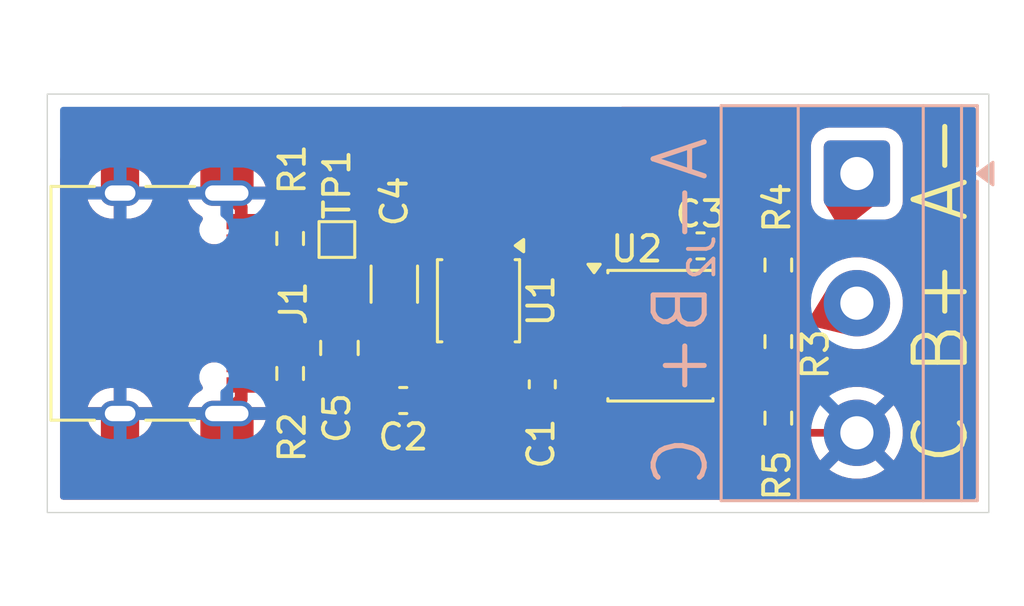
<source format=kicad_pcb>
(kicad_pcb (version 20241229) (generator "pcbnew") (generator_version "9.0")
  (title_block (title "USB-C to RS485 Converter") (date "2025-11-24") (rev "A") (company "Brandon Krirsaki"))
  (layers (0 "F.Cu" signal) (2 "B.Cu" signal) (13 "F.Paste" user) (15 "B.Paste" user) (5 "F.SilkS" user "F.Silkscreen") (7 "B.SilkS" user "B.Silkscreen") (1 "F.Mask" user) (3 "B.Mask" user) (25 "Edge.Cuts" user))
  (net 0 "")
  (net 1 "Net-(U1-V3)")
  (net 2 "GND")
  (net 3 "+5V")
  (net 4 "Net-(J1-CC2)")
  (net 5 "/USB_DP")
  (net 6 "unconnected-(J1-SBU2-PadB8)")
  (net 7 "/USB_DN")
  (net 8 "Net-(J1-CC1)")
  (net 9 "unconnected-(J1-SBU1-PadA8)")
  (net 10 "Net-(J2-Pin_2)")
  (net 11 "Net-(J2-Pin_1)")
  (net 13 "/DIR")
  (net 14 "/TX")
  (net 15 "/RX")
  (footprint "Resistor_SMD:R_0603_1608Metric" (layer "F.Cu") (at 169.5 106.1 -90)
    (property "Reference" "R5" (at 2.25 0.05 90) (layer "F.SilkS"))
    (property "Value" "5.1k")
    (fp_line (start -0.237258 0.5225) (end 0.237258 0.5225) (stroke (width 0.12)) (layer "F.SilkS"))
    (fp_line (start -0.237258 -0.5225) (end 0.237258 -0.5225) (stroke (width 0.12)) (layer "F.SilkS"))
    (pad "1" smd roundrect (at -0.825 0 270) (size 0.8 0.95) (layers "F.Cu" "F.Mask" "F.Paste") (net 10 "Net-(J2-Pin_2)"))
    (pad "2" smd roundrect (at 0.825 0 270) (size 0.8 0.95) (layers "F.Cu" "F.Mask" "F.Paste") (net 2 "GND"))
  )
  (footprint "Package_SO:MSOP-10_3x3mm_P0.5mm" (layer "F.Cu") (at 157.75 101.5 -90)
    (property "Reference" "U1" (at 0 -2.45 90) (layer "F.SilkS"))
    (property "Value" "CH340E")
    (fp_line (start -1.61 1.61) (end -1.61 1.435) (stroke (width 0.12)) (layer "F.SilkS"))
    (fp_line (start 1.61 1.61) (end -1.61 1.61) (stroke (width 0.12)) (layer "F.SilkS"))
    (fp_line (start 1.61 1.435) (end 1.61 1.61) (stroke (width 0.12)) (layer "F.SilkS"))
    (fp_line (start -1.61 -1.435) (end -1.61 -1.61) (stroke (width 0.12)) (layer "F.SilkS"))
    (fp_line (start -1.61 -1.61) (end 1.61 -1.61) (stroke (width 0.12)) (layer "F.SilkS"))
    (fp_line (start 1.61 -1.61) (end 1.61 -1.435) (stroke (width 0.12)) (layer "F.SilkS"))
    (fp_poly (pts (xy -2.16 -1.44) (xy -2.4 -1.77) (xy -1.92 -1.77)) (stroke (width 0.12)) (fill yes) (layer "F.SilkS"))
    (pad "1" smd roundrect (at -2.1125 -1 270) (size 1.625 0.3) (layers "F.Cu" "F.Mask" "F.Paste") (net 5 "/USB_DP"))
    (pad "2" smd roundrect (at -2.1125 -0.5 270) (size 1.625 0.3) (layers "F.Cu" "F.Mask" "F.Paste") (net 7 "/USB_DN"))
    (pad "3" smd roundrect (at -2.1125 0 270) (size 1.625 0.3) (layers "F.Cu" "F.Mask" "F.Paste") (net 2 "GND"))
    (pad "4" smd roundrect (at -2.1125 0.5 270) (size 1.625 0.3) (layers "F.Cu" "F.Mask" "F.Paste"))
    (pad "5" smd roundrect (at -2.1125 1 270) (size 1.625 0.3) (layers "F.Cu" "F.Mask" "F.Paste"))
    (pad "6" smd roundrect (at 2.1125 1 270) (size 1.625 0.3) (layers "F.Cu" "F.Mask" "F.Paste") (net 13 "/DIR"))
    (pad "7" smd roundrect (at 2.1125 0.5 270) (size 1.625 0.3) (layers "F.Cu" "F.Mask" "F.Paste") (net 3 "+5V"))
    (pad "8" smd roundrect (at 2.1125 0 270) (size 1.625 0.3) (layers "F.Cu" "F.Mask" "F.Paste") (net 14 "/TX"))
    (pad "9" smd roundrect (at 2.1125 -0.5 270) (size 1.625 0.3) (layers "F.Cu" "F.Mask" "F.Paste") (net 15 "/RX"))
    (pad "10" smd roundrect (at 2.1125 -1 270) (size 1.625 0.3) (layers "F.Cu" "F.Mask" "F.Paste") (net 1 "Net-(U1-V3)"))
  )
  (footprint "Connector_USB:USB_C_Receptacle_XKB_U262-16XN-4BVC11" (layer "F.Cu") (at 144.78 101.6 -90)
    (property "Reference" "J1" (at 0 -5.715 90) (layer "F.SilkS"))
    (property "Value" "USB_C_Receptacle_USB2.0_16P")
    (fp_line (start -4.58 3.785) (end -4.58 2.08) (stroke (width 0.12)) (layer "F.SilkS"))
    (fp_line (start 4.58 3.785) (end -4.58 3.785) (stroke (width 0.12)) (layer "F.SilkS"))
    (fp_line (start 4.58 2.08) (end 4.58 3.785) (stroke (width 0.12)) (layer "F.SilkS"))
    (fp_line (start 4.58 0.07) (end 4.58 -1.85) (stroke (width 0.12)) (layer "F.SilkS"))
    (fp_line (start -4.58 -1.85) (end -4.58 0.07) (stroke (width 0.12)) (layer "F.SilkS"))
    (pad "" np_thru_hole circle (at -2.89 -2.605 270) (size 0.65 0.65) (drill 0.65) (layers "*.Cu" "*.Mask"))
    (pad "" np_thru_hole circle (at 2.89 -2.605 270) (size 0.65 0.65) (drill 0.65) (layers "*.Cu" "*.Mask"))
    (pad "A1" smd rect (at -3.35 -3.67 270) (size 0.3 1.15) (layers "F.Cu" "F.Mask" "F.Paste") (net 2 "GND"))
    (pad "A4" smd rect (at -2.55 -3.67 270) (size 0.3 1.15) (layers "F.Cu" "F.Mask" "F.Paste") (net 3 "+5V"))
    (pad "A5" smd rect (at -1.25 -3.67 270) (size 0.3 1.15) (layers "F.Cu" "F.Mask" "F.Paste") (net 8 "Net-(J1-CC1)"))
    (pad "A6" smd rect (at -0.25 -3.67 270) (size 0.3 1.15) (layers "F.Cu" "F.Mask" "F.Paste") (net 5 "/USB_DP"))
    (pad "A7" smd rect (at 0.25 -3.67 270) (size 0.3 1.15) (layers "F.Cu" "F.Mask" "F.Paste") (net 7 "/USB_DN"))
    (pad "A8" smd rect (at 1.25 -3.67 270) (size 0.3 1.15) (layers "F.Cu" "F.Mask" "F.Paste") (net 9 "unconnected-(J1-SBU1-PadA8)"))
    (pad "A9" smd rect (at 2.55 -3.67 270) (size 0.3 1.15) (layers "F.Cu" "F.Mask" "F.Paste") (net 3 "+5V"))
    (pad "A12" smd rect (at 3.35 -3.67 270) (size 0.3 1.15) (layers "F.Cu" "F.Mask" "F.Paste") (net 2 "GND"))
    (pad "B1" smd rect (at 3.05 -3.67 270) (size 0.3 1.15) (layers "F.Cu" "F.Mask" "F.Paste") (net 2 "GND"))
    (pad "B4" smd rect (at 2.25 -3.67 270) (size 0.3 1.15) (layers "F.Cu" "F.Mask" "F.Paste") (net 3 "+5V"))
    (pad "B5" smd rect (at 1.75 -3.67 270) (size 0.3 1.15) (layers "F.Cu" "F.Mask" "F.Paste") (net 4 "Net-(J1-CC2)"))
    (pad "B6" smd rect (at 0.75 -3.67 270) (size 0.3 1.15) (layers "F.Cu" "F.Mask" "F.Paste") (net 5 "/USB_DP"))
    (pad "B7" smd rect (at -0.75 -3.67 270) (size 0.3 1.15) (layers "F.Cu" "F.Mask" "F.Paste") (net 7 "/USB_DN"))
    (pad "B8" smd rect (at -1.75 -3.67 270) (size 0.3 1.15) (layers "F.Cu" "F.Mask" "F.Paste") (net 6 "unconnected-(J1-SBU2-PadB8)"))
    (pad "B9" smd rect (at -2.25 -3.67 270) (size 0.3 1.15) (layers "F.Cu" "F.Mask" "F.Paste") (net 3 "+5V"))
    (pad "B12" smd rect (at -3.05 -3.67 270) (size 0.3 1.15) (layers "F.Cu" "F.Mask" "F.Paste") (net 2 "GND"))
    (pad "S1" thru_hole oval (at -4.32 -3.105 270) (size 1 2.1) (drill oval 0.6 1.7) (property pad_prop_heatsink) (layers "*.Cu" "*.Mask") (net 2 "GND"))
    (pad "S1" thru_hole oval (at -4.32 1.075 270) (size 1 1.6) (drill oval 0.6 1.2) (property pad_prop_heatsink) (layers "*.Cu" "*.Mask") (net 2 "GND"))
    (pad "S1" thru_hole oval (at 4.32 -3.105 270) (size 1 2.1) (drill oval 0.6 1.7) (property pad_prop_heatsink) (layers "*.Cu" "*.Mask") (net 2 "GND"))
    (pad "S1" thru_hole oval (at 4.32 1.075 270) (size 1 1.6) (drill oval 0.6 1.2) (property pad_prop_heatsink) (layers "*.Cu" "*.Mask") (net 2 "GND"))
  )
  (footprint "Capacitor_SMD:C_0603_1608Metric" (layer "F.Cu") (at 154.8 105.41 180)
    (property "Reference" "C2" (at 0 -1.43 0) (layer "F.SilkS"))
    (property "Value" "100n")
    (fp_line (start -0.14058 0.51) (end 0.14058 0.51) (stroke (width 0.12)) (layer "F.SilkS"))
    (fp_line (start -0.14058 -0.51) (end 0.14058 -0.51) (stroke (width 0.12)) (layer "F.SilkS"))
    (pad "1" smd roundrect (at -0.775 0 180) (size 0.9 0.95) (layers "F.Cu" "F.Mask" "F.Paste") (net 3 "+5V"))
    (pad "2" smd roundrect (at 0.775 0 180) (size 0.9 0.95) (layers "F.Cu" "F.Mask" "F.Paste") (net 2 "GND"))
  )
  (footprint "Package_SO:SOIC-8_3.9x4.9mm_P1.27mm" (layer "F.Cu") (at 164.88 102.87)
    (property "Reference" "U2" (at -0.93 -3.4 0) (layer "F.SilkS"))
    (property "Value" "MAX485E")
    (fp_line (start -2.06 -2.56) (end 2.06 -2.56) (stroke (width 0.12)) (layer "F.SilkS"))
    (fp_line (start -2.06 -2.465) (end -2.06 -2.56) (stroke (width 0.12)) (layer "F.SilkS"))
    (fp_line (start -2.06 2.56) (end -2.06 2.465) (stroke (width 0.12)) (layer "F.SilkS"))
    (fp_line (start 2.06 -2.56) (end 2.06 -2.465) (stroke (width 0.12)) (layer "F.SilkS"))
    (fp_line (start 2.06 2.465) (end 2.06 2.56) (stroke (width 0.12)) (layer "F.SilkS"))
    (fp_line (start 2.06 2.56) (end -2.06 2.56) (stroke (width 0.12)) (layer "F.SilkS"))
    (fp_poly (pts (xy -2.6 -2.47) (xy -2.84 -2.8) (xy -2.36 -2.8)) (stroke (width 0.12)) (fill yes) (layer "F.SilkS"))
    (pad "1" smd roundrect (at -2.475 -1.905) (size 1.95 0.6) (layers "F.Cu" "F.Mask" "F.Paste") (net 15 "/RX"))
    (pad "2" smd roundrect (at -2.475 -0.635) (size 1.95 0.6) (layers "F.Cu" "F.Mask" "F.Paste") (net 13 "/DIR"))
    (pad "3" smd roundrect (at -2.475 0.635) (size 1.95 0.6) (layers "F.Cu" "F.Mask" "F.Paste") (net 13 "/DIR"))
    (pad "4" smd roundrect (at -2.475 1.905) (size 1.95 0.6) (layers "F.Cu" "F.Mask" "F.Paste") (net 14 "/TX"))
    (pad "5" smd roundrect (at 2.475 1.905) (size 1.95 0.6) (layers "F.Cu" "F.Mask" "F.Paste") (net 2 "GND"))
    (pad "6" smd roundrect (at 2.475 0.635) (size 1.95 0.6) (layers "F.Cu" "F.Mask" "F.Paste") (net 11 "Net-(J2-Pin_1)"))
    (pad "7" smd roundrect (at 2.475 -0.635) (size 1.95 0.6) (layers "F.Cu" "F.Mask" "F.Paste") (net 10 "Net-(J2-Pin_2)"))
    (pad "8" smd roundrect (at 2.475 -1.905) (size 1.95 0.6) (layers "F.Cu" "F.Mask" "F.Paste") (net 3 "+5V"))
  )
  (footprint "Resistor_SMD:R_0603_1608Metric" (layer "F.Cu") (at 150.368 104.35 -90)
    (property "Reference" "R2" (at 2.5 -0.082 90) (layer "F.SilkS"))
    (property "Value" "5.1k")
    (fp_line (start -0.237258 0.5225) (end 0.237258 0.5225) (stroke (width 0.12)) (layer "F.SilkS"))
    (fp_line (start -0.237258 -0.5225) (end 0.237258 -0.5225) (stroke (width 0.12)) (layer "F.SilkS"))
    (pad "1" smd roundrect (at -0.825 0 270) (size 0.8 0.95) (layers "F.Cu" "F.Mask" "F.Paste") (net 4 "Net-(J1-CC2)"))
    (pad "2" smd roundrect (at 0.825 0 270) (size 0.8 0.95) (layers "F.Cu" "F.Mask" "F.Paste") (net 2 "GND"))
  )
  (footprint "Resistor_SMD:R_0603_1608Metric" (layer "F.Cu") (at 150.368 99.06 90)
    (property "Reference" "R1" (at 2.71 0.082 90) (layer "F.SilkS"))
    (property "Value" "5.1k")
    (fp_line (start -0.237258 -0.5225) (end 0.237258 -0.5225) (stroke (width 0.12)) (layer "F.SilkS"))
    (fp_line (start -0.237258 0.5225) (end 0.237258 0.5225) (stroke (width 0.12)) (layer "F.SilkS"))
    (pad "1" smd roundrect (at -0.825 0 90) (size 0.8 0.95) (layers "F.Cu" "F.Mask" "F.Paste") (net 8 "Net-(J1-CC1)"))
    (pad "2" smd roundrect (at 0.825 0 90) (size 0.8 0.95) (layers "F.Cu" "F.Mask" "F.Paste") (net 2 "GND"))
  )
  (footprint "Resistor_SMD:R_0603_1608Metric" (layer "F.Cu") (at 169.5 103.1 90)
    (property "Reference" "R3" (at -0.5 1.45 90) (layer "F.SilkS"))
    (property "Value" "121")
    (fp_line (start -0.237258 -0.5225) (end 0.237258 -0.5225) (stroke (width 0.12)) (layer "F.SilkS"))
    (fp_line (start -0.237258 0.5225) (end 0.237258 0.5225) (stroke (width 0.12)) (layer "F.SilkS"))
    (pad "1" smd roundrect (at -0.825 0 90) (size 0.8 0.95) (layers "F.Cu" "F.Mask" "F.Paste") (net 11 "Net-(J2-Pin_1)"))
    (pad "2" smd roundrect (at 0.825 0 90) (size 0.8 0.95) (layers "F.Cu" "F.Mask" "F.Paste") (net 10 "Net-(J2-Pin_2)"))
  )
  (footprint "Capacitor_SMD:C_1206_3216Metric" (layer "F.Cu") (at 154.45 100.85 90)
    (property "Reference" "C4" (at 3.25 0 90) (layer "F.SilkS"))
    (property "Value" "10u")
    (fp_line (start -0.711252 -0.91) (end 0.711252 -0.91) (stroke (width 0.12)) (layer "F.SilkS"))
    (fp_line (start -0.711252 0.91) (end 0.711252 0.91) (stroke (width 0.12)) (layer "F.SilkS"))
    (pad "1" smd roundrect (at -1.475 0 90) (size 1.15 1.8) (layers "F.Cu" "F.Mask" "F.Paste") (roundrect_rratio 0.217391) (net 3 "+5V"))
    (pad "2" smd roundrect (at 1.475 0 90) (size 1.15 1.8) (layers "F.Cu" "F.Mask" "F.Paste") (roundrect_rratio 0.217391) (net 2 "GND"))
  )
  (footprint "TestPoint:TestPoint_Pad_1.0x1.0mm" (layer "F.Cu") (at 152.2 99.1)
    (property "Reference" "TP1" (at 0 -2.15 90) (layer "F.SilkS"))
    (property "Value" "TestPoint" (hide yes))
    (fp_line (start -0.7 -0.7) (end 0.7 -0.7) (stroke (width 0.12)) (layer "F.SilkS"))
    (fp_line (start -0.7 0.7) (end -0.7 -0.7) (stroke (width 0.12)) (layer "F.SilkS"))
    (fp_line (start 0.7 -0.7) (end 0.7 0.7) (stroke (width 0.12)) (layer "F.SilkS"))
    (fp_line (start 0.7 0.7) (end -0.7 0.7) (stroke (width 0.12)) (layer "F.SilkS"))
    (pad "1" smd rect (at 0 0) (size 1 1) (layers "F.Cu" "F.Mask") (net 3 "+5V"))
  )
  (footprint "Capacitor_SMD:C_0603_1608Metric" (layer "F.Cu") (at 160.25 104.775 -90)
    (property "Reference" "C1" (at 2.325 0.05 90) (layer "F.SilkS"))
    (property "Value" "100n")
    (fp_line (start -0.14058 0.51) (end 0.14058 0.51) (stroke (width 0.12)) (layer "F.SilkS"))
    (fp_line (start -0.14058 -0.51) (end 0.14058 -0.51) (stroke (width 0.12)) (layer "F.SilkS"))
    (pad "1" smd roundrect (at -0.775 0 270) (size 0.9 0.95) (layers "F.Cu" "F.Mask" "F.Paste") (net 1 "Net-(U1-V3)"))
    (pad "2" smd roundrect (at 0.775 0 270) (size 0.9 0.95) (layers "F.Cu" "F.Mask" "F.Paste") (net 2 "GND"))
  )
  (footprint "Capacitor_SMD:C_0805_2012Metric" (layer "F.Cu") (at 152.3 103.35 -90)
    (property "Reference" "C5" (at 2.75 0.1 90) (layer "F.SilkS"))
    (property "Value" "1u")
    (fp_line (start -0.261252 0.735) (end 0.261252 0.735) (stroke (width 0.12)) (layer "F.SilkS"))
    (fp_line (start -0.261252 -0.735) (end 0.261252 -0.735) (stroke (width 0.12)) (layer "F.SilkS"))
    (pad "1" smd roundrect (at -0.95 0 270) (size 1 1.45) (layers "F.Cu" "F.Mask" "F.Paste") (net 3 "+5V"))
    (pad "2" smd roundrect (at 0.95 0 270) (size 1 1.45) (layers "F.Cu" "F.Mask" "F.Paste") (net 2 "GND"))
  )
  (footprint "Capacitor_SMD:C_0603_1608Metric" (layer "F.Cu") (at 166.45 99.35 180)
    (property "Reference" "C3" (at 0 1.25 0) (layer "F.SilkS"))
    (property "Value" "100n")
    (fp_line (start -0.14058 0.51) (end 0.14058 0.51) (stroke (width 0.12)) (layer "F.SilkS"))
    (fp_line (start -0.14058 -0.51) (end 0.14058 -0.51) (stroke (width 0.12)) (layer "F.SilkS"))
    (pad "1" smd roundrect (at -0.775 0 180) (size 0.9 0.95) (layers "F.Cu" "F.Mask" "F.Paste") (net 3 "+5V"))
    (pad "2" smd roundrect (at 0.775 0 180) (size 0.9 0.95) (layers "F.Cu" "F.Mask" "F.Paste") (net 2 "GND"))
  )
  (footprint "Resistor_SMD:R_0603_1608Metric" (layer "F.Cu") (at 169.5 100.1 -90)
    (property "Reference" "R4" (at -2.25 0.05 90) (layer "F.SilkS"))
    (property "Value" "5.1k")
    (fp_line (start -0.237258 0.5225) (end 0.237258 0.5225) (stroke (width 0.12)) (layer "F.SilkS"))
    (fp_line (start -0.237258 -0.5225) (end 0.237258 -0.5225) (stroke (width 0.12)) (layer "F.SilkS"))
    (pad "1" smd roundrect (at -0.825 0 270) (size 0.8 0.95) (layers "F.Cu" "F.Mask" "F.Paste") (net 3 "+5V"))
    (pad "2" smd roundrect (at 0.825 0 270) (size 0.8 0.95) (layers "F.Cu" "F.Mask" "F.Paste") (net 11 "Net-(J2-Pin_1)"))
  )
  (footprint "TerminalBlock_Phoenix:TerminalBlock_Phoenix_MKDS-1,5-3-5.08_1x03_P5.08mm_Horizontal" (layer "B.Cu") (at 172.58 96.515 -90)
    (property "Reference" "J2" (at 3.285 6.08 90) (layer "B.SilkS") (effects (justify mirror)))
    (property "Value" "Screw_Terminal_01x03")
    (fp_line (start -2.66 5.32) (end 12.82 5.32) (stroke (width 0.12)) (layer "B.SilkS"))
    (fp_line (start 12.82 5.32) (end 12.82 -4.72) (stroke (width 0.12)) (layer "B.SilkS"))
    (fp_line (start -2.66 2.3) (end 12.82 2.3) (stroke (width 0.12)) (layer "B.SilkS"))
    (fp_line (start -2.66 -2.6) (end 12.82 -2.6) (stroke (width 0.12)) (layer "B.SilkS"))
    (fp_line (start -2.66 -4.1) (end 12.82 -4.1) (stroke (width 0.12)) (layer "B.SilkS"))
    (fp_line (start -2.66 -4.72) (end -2.66 5.32) (stroke (width 0.12)) (layer "B.SilkS"))
    (fp_line (start -0.3 -4.72) (end -2.66 -4.72) (stroke (width 0.12)) (layer "B.SilkS"))
    (fp_line (start 12.82 -4.72) (end 0.3 -4.72) (stroke (width 0.12)) (layer "B.SilkS"))
    (fp_poly (pts (xy 0 -4.72) (xy 0.44 -5.33) (xy -0.44 -5.33)) (stroke (width 0.12)) (fill yes) (layer "B.SilkS"))
    (pad "1" thru_hole roundrect (at 0 0 270) (size 2.6 2.6) (drill 1.3) (layers "*.Cu" "*.Mask") (roundrect_rratio 0.096154) (net 11 "Net-(J2-Pin_1)"))
    (pad "2" thru_hole circle (at 5.08 0 270) (size 2.6 2.6) (drill 1.3) (layers "*.Cu" "*.Mask") (net 10 "Net-(J2-Pin_2)"))
    (pad "3" thru_hole circle (at 10.16 0 270) (size 2.6 2.6) (drill 1.3) (layers "*.Cu" "*.Mask") (net 2 "GND"))
  )
  (gr_rect (start 146.85 96.105) (end 148.935 97.355) (fill yes) (layer "F.Cu") (net 2))
  (gr_rect (start 142.95 105.85) (end 144.45 107.1) (fill yes) (layer "F.Cu") (net 2))
  (gr_rect (start 142.95 96.1) (end 144.45 97.35) (fill yes) (layer "F.Cu") (net 2))
  (gr_rect (start 146.85 105.85) (end 148.935 107) (fill yes) (layer "F.Cu") (net 2))
  (gr_rect (start 140.85 93.4) (end 177.75 109.8) (stroke (width 0.05)) (fill no) (layer "Edge.Cuts"))
  (gr_text "${TITLE}" (at 141.7 95.35 0) (layer "F.Cu") (effects (font (size 1 1) (thickness 0.2) (bold yes)) (justify left bottom)))
  (gr_text "C B+ A-" (at 174.7 101.05 90) (layer "F.SilkS") (effects (font (size 2 2) (thickness 0.2) (bold yes)) (justify top)))
  (gr_text "A- B+ C" (at 166.85 94.95 90) (layer "B.SilkS") (effects (font (size 2 2) (thickness 0.2)) (justify left bottom mirror)))
  (segment (start 159.076 104.274) (end 158.75 104.274) (width 0.3) (layer "F.Cu") (net 1))
  (segment (start 158.75 104.274) (end 158.75 103.6125) (width 0.3) (layer "F.Cu") (net 1))
  (segment (start 159.35 104) (end 159.076 104.274) (width 0.3) (layer "F.Cu") (net 1))
  (segment (start 160.25 104) (end 159.35 104) (width 0.3) (layer "F.Cu") (net 1))
  (segment (start 160.25 105.55) (end 159.12 106.68) (width 0.3) (layer "F.Cu") (net 2))
  (segment (start 165.205 106.925) (end 161.625 106.925) (width 0.3) (layer "F.Cu") (net 2))
  (segment (start 153.95 105.485) (end 154.025 105.41) (width 0.3) (layer "F.Cu") (net 2))
  (segment (start 148.45 98.25) (end 148.45 97.845) (width 0.5) (layer "F.Cu") (net 2))
  (segment (start 148.45 98.55) (end 150.053 98.55) (width 0.3) (layer "F.Cu") (net 2))
  (segment (start 148.45 104.95) (end 148.45 105.355) (width 0.5) (layer "F.Cu") (net 2))
  (segment (start 147.885 97.28) (end 143.705 97.28) (width 0.3) (layer "F.Cu") (net 2))
  (segment (start 153.321 98.224) (end 153.31 98.235) (width 0.3) (layer "F.Cu") (net 2))
  (segment (start 154.45 99.375) (end 155.601 98.224) (width 0.3) (layer "F.Cu") (net 2))
  (segment (start 148.45 98.25) (end 150.353 98.25) (width 0.3) (layer "F.Cu") (net 2))
  (segment (start 148.45 97.845) (end 147.885 97.28) (width 0.5) (layer "F.Cu") (net 2))
  (segment (start 158.875 106.925) (end 154.275 106.925) (width 0.3) (layer "F.Cu") (net 2))
  (segment (start 147.885 105.92) (end 143.705 105.92) (width 0.3) (layer "F.Cu") (net 2))
  (segment (start 155.601 98.224) (end 157.503534 98.224) (width 0.3) (layer "F.Cu") (net 2))
  (segment (start 150.368 98.235) (end 153.31 98.235) (width 0.3) (layer "F.Cu") (net 2))
  (segment (start 165.35 99.675) (end 165.35 103.744999) (width 0.3) (layer "F.Cu") (net 2))
  (segment (start 149.925 105.175) (end 150.368 105.175) (width 0.3) (layer "F.Cu") (net 2))
  (segment (start 153.95 106.6) (end 153.95 105.485) (width 0.3) (layer "F.Cu") (net 2))
  (segment (start 166.380001 104.775) (end 167.355 104.775) (width 0.3) (layer "F.Cu") (net 2))
  (segment (start 159.12 106.68) (end 158.875 106.925) (width 0.3) (layer "F.Cu") (net 2))
  (segment (start 152.2 105.473) (end 152.263 105.41) (width 0.3) (layer "F.Cu") (net 2))
  (segment (start 157.75 98.470466) (end 157.75 99.3875) (width 0.3) (layer "F.Cu") (net 2))
  (segment (start 154.275 106.925) (end 153.95 106.6) (width 0.3) (layer "F.Cu") (net 2))
  (segment (start 153.31 98.235) (end 154.45 99.375) (width 0.3) (layer "F.Cu") (net 2))
  (segment (start 149.4 104.65) (end 149.7 104.95) (width 0.3) (layer "F.Cu") (net 2))
  (segment (start 169.5 106.925) (end 169.5 106.92) (width 0.3) (layer "F.Cu") (net 2))
  (segment (start 169.5 106.92) (end 167.355 104.775) (width 0.3) (layer "F.Cu") (net 2))
  (segment (start 172.58 106.675) (end 169.75 106.675) (width 0.3) (layer "F.Cu") (net 2))
  (segment (start 165.04 106.925) (end 164.95 106.925) (width 0.3) (layer "F.Cu") (net 2))
  (segment (start 161.625 106.925) (end 161.38 106.68) (width 0.3) (layer "F.Cu") (net 2))
  (segment (start 165.205 106.925) (end 169.5 106.925) (width 0.3) (layer "F.Cu") (net 2))
  (segment (start 152.263 105.41) (end 152.3 105.373) (width 0.3) (layer "F.Cu") (net 2))
  (segment (start 149.7 104.95) (end 149.925 105.175) (width 0.3) (layer "F.Cu") (net 2))
  (segment (start 161.38 106.68) (end 160.25 105.55) (width 0.3) (layer "F.Cu") (net 2))
  (segment (start 152.263 105.41) (end 154.025 105.41) (width 0.3) (layer "F.Cu") (net 2))
  (segment (start 164.95 106.925) (end 165.205 106.925) (width 0.3) (layer "F.Cu") (net 2))
  (segment (start 150.368 105.175) (end 150.666 105.473) (width 0.3) (layer "F.Cu") (net 2))
  (segment (start 152.3 105.373) (end 152.3 104.3) (width 0.3) (layer "F.Cu") (net 2))
  (segment (start 167.355 104.775) (end 167.19 104.775) (width 0.3) (layer "F.Cu") (net 2))
  (segment (start 148.45 105.355) (end 147.885 105.92) (width 0.5) (layer "F.Cu") (net 2))
  (segment (start 149.7 104.95) (end 148.45 104.95) (width 0.3) (layer "F.Cu") (net 2))
  (segment (start 143.705 105.92) (end 143.705 97.28) (width 0.3) (layer "F.Cu") (net 2))
  (segment (start 161.625 106.925) (end 158.875 106.925) (width 0.3) (layer "F.Cu") (net 2))
  (segment (start 167.19 104.775) (end 165.04 106.925) (width 0.3) (layer "F.Cu") (net 2))
  (segment (start 165.35 103.744999) (end 166.380001 104.775) (width 0.3) (layer "F.Cu") (net 2))
  (segment (start 150.666 105.473) (end 152.2 105.473) (width 0.3) (layer "F.Cu") (net 2))
  (segment (start 169.75 106.675) (end 169.5 106.925) (width 0.3) (layer "F.Cu") (net 2))
  (segment (start 157.503534 98.224) (end 157.75 98.470466) (width 0.3) (layer "F.Cu") (net 2))
  (segment (start 150.353 98.25) (end 150.368 98.235) (width 0.3) (layer "F.Cu") (net 2))
  (segment (start 165.675 99.35) (end 165.35 99.675) (width 0.3) (layer "F.Cu") (net 2))
  (segment (start 148.45 104.65) (end 149.4 104.65) (width 0.3) (layer "F.Cu") (net 2))
  (segment (start 169.255 106.68) (end 169.5 106.925) (width 0.3) (layer "F.Cu") (net 2))
  (segment (start 155.601 98.224) (end 153.321 98.224) (width 0.3) (layer "F.Cu") (net 2))
  (segment (start 150.053 98.55) (end 150.368 98.235) (width 0.3) (layer "F.Cu") (net 2))
  (segment (start 155.191479 103.066479) (end 155.575 103.066479) (width 0.3) (layer "F.Cu") (net 3))
  (segment (start 147.735719 103.814) (end 147.771719 103.85) (width 0.2) (layer "F.Cu") (net 3))
  (segment (start 146.7 99.35) (end 146.7 103.85) (width 0.3) (layer "F.Cu") (net 3))
  (segment (start 149.45 99.35) (end 149.45 99.3) (width 0.3) (layer "F.Cu") (net 3))
  (segment (start 146.736 103.814) (end 147.735719 103.814) (width 0.2) (layer "F.Cu") (net 3))
  (segment (start 167.225 99.35) (end 167.225 100.835) (width 0.5) (layer "F.Cu") (net 3))
  (segment (start 149.4 104.15) (end 149.45 104.1) (width 0.3) (layer "F.Cu") (net 3))
  (segment (start 149.4 99.05) (end 149.45 99.1) (width 0.3) (layer "F.Cu") (net 3))
  (segment (start 158.609521 101.449) (end 159.454261 100.604261) (width 0.3) (layer "F.Cu") (net 3))
  (segment (start 149.933226 104.35) (end 150.802774 104.35) (width 0.35) (layer "F.Cu") (net 3))
  (segment (start 151.194 103.958774) (end 151.194 103.456) (width 0.3) (layer "F.Cu") (net 3))
  (segment (start 154.375 102.4) (end 154.45 102.325) (width 0.3) (layer "F.Cu") (net 3))
  (segment (start 147.735719 99.386) (end 147.771719 99.35) (width 0.2) (layer "F.Cu") (net 3))
  (segment (start 156.241479 102.4) (end 157.090479 101.551) (width 0.3) (layer "F.Cu") (net 3))
  (segment (start 167.225 99.35) (end 169.425 99.35) (width 0.5) (layer "F.Cu") (net 3))
  (segment (start 157.090479 101.551) (end 157.141479 101.5) (width 0.2) (layer "F.Cu") (net 3))
  (segment (start 155.575 103.066479) (end 156.241479 102.4) (width 0.3) (layer "F.Cu") (net 3))
  (segment (start 152.15 99.05) (end 152.2 99.1) (width 0.3) (layer "F.Cu") (net 3))
  (segment (start 148.45 103.85) (end 147.771719 103.85) (width 0.3) (layer "F.Cu") (net 3))
  (segment (start 157.25 103.6125) (end 157.25 104.85) (width 0.3) (layer "F.Cu") (net 3))
  (segment (start 157.141479 101.5) (end 158.558521 101.5) (width 0.2) (layer "F.Cu") (net 3))
  (segment (start 146.7 99.35) (end 146.736 99.386) (width 0.2) (layer "F.Cu") (net 3))
  (segment (start 149.4 104.15) (end 149.733226 104.15) (width 0.3) (layer "F.Cu") (net 3))
  (segment (start 149.45 99.3) (end 149.7 99.05) (width 0.3) (layer "F.Cu") (net 3))
  (segment (start 150.802774 104.35) (end 151.194 103.958774) (width 0.3) (layer "F.Cu") (net 3))
  (segment (start 149.7 99.05) (end 152.15 99.05) (width 0.3) (layer "F.Cu") (net 3))
  (segment (start 166.275 98.4) (end 167.225 99.35) (width 0.5) (layer "F.Cu") (net 3))
  (segment (start 158.558521 101.5) (end 158.609521 101.449) (width 0.2) (layer "F.Cu") (net 3))
  (segment (start 149.45 104.1) (end 149.45 104.149) (width 0.3) (layer "F.Cu") (net 3))
  (segment (start 169.425 99.35) (end 169.5 99.275) (width 0.3) (layer "F.Cu") (net 3))
  (segment (start 156.69 105.41) (end 157.25 104.85) (width 0.3) (layer "F.Cu") (net 3))
  (segment (start 148.45 99.35) (end 149.45 99.35) (width 0.3) (layer "F.Cu") (net 3))
  (segment (start 155.575 105.41) (end 156.69 105.41) (width 0.3) (layer "F.Cu") (net 3))
  (segment (start 146.736 99.386) (end 147.735719 99.386) (width 0.2) (layer "F.Cu") (net 3))
  (segment (start 148.45 99.35) (end 147.771719 99.35) (width 0.3) (layer "F.Cu") (net 3))
  (segment (start 154.45 102.325) (end 155.191479 103.066479) (width 0.3) (layer "F.Cu") (net 3))
  (segment (start 148.45 99.05) (end 149.4 99.05) (width 0.3) (layer "F.Cu") (net 3))
  (segment (start 148.45 99.05) (end 149.7 99.05) (width 0.3) (layer "F.Cu") (net 3))
  (segment (start 155.575 105.41) (end 155.575 103.066479) (width 0.3) (layer "F.Cu") (net 3))
  (segment (start 167.225 100.835) (end 167.355 100.965) (width 0.3) (layer "F.Cu") (net 3))
  (segment (start 161.658522 98.4) (end 166.275 98.4) (width 0.5) (layer "F.Cu") (net 3))
  (segment (start 159.454261 100.604261) (end 161.658522 98.4) (width 0.5) (layer "F.Cu") (net 3))
  (segment (start 152.3 102.4) (end 154.375 102.4) (width 0.3) (layer "F.Cu") (net 3))
  (segment (start 148.45 104.15) (end 149.4 104.15) (width 0.3) (layer "F.Cu") (net 3))
  (segment (start 151.194 103.456) (end 152.25 102.4) (width 0.3) (layer "F.Cu") (net 3))
  (segment (start 149.733226 104.15) (end 149.933226 104.35) (width 0.3) (layer "F.Cu") (net 3))
  (segment (start 148.45 103.85) (end 149.45 103.85) (width 0.3) (layer "F.Cu") (net 3))
  (segment (start 146.7 103.85) (end 146.736 103.814) (width 0.2) (layer "F.Cu") (net 3))
  (segment (start 150.07 103.525) (end 150.368 103.525) (width 0.3) (layer "F.Cu") (net 4))
  (segment (start 149.895 103.35) (end 150.07 103.525) (width 0.3) (layer "F.Cu") (net 4))
  (segment (start 148.45 103.35) (end 149.895 103.35) (width 0.3) (layer "F.Cu") (net 4))
  (segment (start 151.45 101.35) (end 151.75 101.05) (width 0.3) (layer "F.Cu") (net 5))
  (segment (start 158.3 101.05) (end 158.75 100.6) (width 0.3) (layer "F.Cu") (net 5))
  (segment (start 148.45 101.35) (end 149.95 101.35) (width 0.3) (layer "F.Cu") (net 5))
  (segment (start 149.95 101.35) (end 149.95 102.35) (width 0.3) (layer "F.Cu") (net 5))
  (segment (start 158.75 100.6) (end 158.75 99.3875) (width 0.3) (layer "F.Cu") (net 5))
  (segment (start 158.3 101.05) (end 151.75 101.05) (width 0.3) (layer "F.Cu") (net 5))
  (segment (start 149.95 102.35) (end 148.45 102.35) (width 0.3) (layer "F.Cu") (net 5))
  (segment (start 149.95 101.35) (end 151.45 101.35) (width 0.3) (layer "F.Cu") (net 5))
  (segment (start 148.45 99.85) (end 149.45 99.85) (width 0.3) (layer "F.Cu") (net 6))
  (segment (start 151.5 100.55) (end 158.05 100.55) (width 0.3) (layer "F.Cu") (net 7))
  (segment (start 148.45 101.85) (end 147.45 101.85) (width 0.3) (layer "F.Cu") (net 7))
  (segment (start 151.2 100.85) (end 151.5 100.55) (width 0.3) (layer "F.Cu") (net 7))
  (segment (start 148.45 101.85) (end 149.45 101.85) (width 0.3) (layer "F.Cu") (net 7))
  (segment (start 148.45 101.85) (end 147.7 101.85) (width 0.3) (layer "F.Cu") (net 7))
  (segment (start 158.25 100.35) (end 158.25 99.3875) (width 0.3) (layer "F.Cu") (net 7))
  (segment (start 147.45 101.85) (end 147.45 100.85) (width 0.3) (layer "F.Cu") (net 7))
  (segment (start 147.45 100.85) (end 148.45 100.85) (width 0.3) (layer "F.Cu") (net 7))
  (segment (start 158.05 100.55) (end 158.25 100.35) (width 0.3) (layer "F.Cu") (net 7))
  (segment (start 148.45 100.85) (end 151.2 100.85) (width 0.3) (layer "F.Cu") (net 7))
  (segment (start 148.45 100.35) (end 149.903 100.35) (width 0.3) (layer "F.Cu") (net 8))
  (segment (start 149.903 100.35) (end 150.368 99.885) (width 0.3) (layer "F.Cu") (net 8))
  (segment (start 148.45 102.85) (end 149.45 102.85) (width 0.3) (layer "F.Cu") (net 9))
  (segment (start 167.355 102.235) (end 169.46 102.235) (width 0.5) (layer "F.Cu") (net 10))
  (segment (start 170.75 104.85) (end 170.75 102.275) (width 0.5) (layer "F.Cu") (net 10))
  (segment (start 172.58 101.595) (end 171.9 102.275) (width 0.3) (layer "F.Cu") (net 10))
  (segment (start 169.46 102.235) (end 169.5 102.275) (width 0.3) (layer "F.Cu") (net 10))
  (segment (start 169.5 102.275) (end 170.75 102.275) (width 0.5) (layer "F.Cu") (net 10))
  (segment (start 171.9 102.275) (end 170.75 102.275) (width 0.5) (layer "F.Cu") (net 10))
  (segment (start 169.5 105.275) (end 170.325 105.275) (width 0.5) (layer "F.Cu") (net 10))
  (segment (start 170.325 105.275) (end 170.75 104.85) (width 0.5) (layer "F.Cu") (net 10))
  (segment (start 168.825 101.6) (end 168.45 101.6) (width 0.3) (layer "F.Cu") (net 11))
  (segment (start 166.28781 101.6) (end 165.95 101.93781) (width 0.25) (layer "F.Cu") (net 11))
  (segment (start 165.95 103.074999) (end 166.380001 103.505) (width 0.4) (layer "F.Cu") (net 11))
  (segment (start 168.45 101.6) (end 166.28781 101.6) (width 0.25) (layer "F.Cu") (net 11))
  (segment (start 169.08 103.505) (end 169.5 103.925) (width 0.5) (layer "F.Cu") (net 11))
  (segment (start 169.5 100.925) (end 168.825 101.6) (width 0.3) (layer "F.Cu") (net 11))
  (segment (start 166.380001 103.505) (end 167.355 103.505) (width 0.25) (layer "F.Cu") (net 11))
  (segment (start 167.355 103.505) (end 169.08 103.505) (width 0.5) (layer "F.Cu") (net 11))
  (segment (start 172.58 97.845) (end 169.5 100.925) (width 0.5) (layer "F.Cu") (net 11))
  (segment (start 172.58 96.515) (end 172.58 97.845) (width 0.3) (layer "F.Cu") (net 11))
  (segment (start 165.95 102.7) (end 165.95 103.074999) (width 0.4) (layer "F.Cu") (net 11))
  (segment (start 165.95 101.93781) (end 165.95 102.7) (width 0.3) (layer "F.Cu") (net 11))
  (segment (start 163.75 100.622322) (end 163.75 101.864999) (width 0.3) (layer "F.Cu") (net 13))
  (segment (start 157.4 101.95) (end 159.65 101.95) (width 0.3) (layer "F.Cu") (net 13))
  (segment (start 156.75 102.6) (end 157.4 101.95) (width 0.3) (layer "F.Cu") (net 13))
  (segment (start 159.65 101.95) (end 161.286 100.314) (width 0.3) (layer "F.Cu") (net 13))
  (segment (start 163.7 103.505) (end 162.405 103.505) (width 0.3) (layer "F.Cu") (net 13))
  (segment (start 163.441678 100.314) (end 163.75 100.622322) (width 0.3) (layer "F.Cu") (net 13))
  (segment (start 161.286 100.314) (end 163.441678 100.314) (width 0.3) (layer "F.Cu") (net 13))
  (segment (start 163.7 102.235) (end 163.7 103.505) (width 0.3) (layer "F.Cu") (net 13))
  (segment (start 162.405 102.235) (end 163.7 102.235) (width 0.3) (layer "F.Cu") (net 13))
  (segment (start 156.75 103.6125) (end 156.75 102.6) (width 0.3) (layer "F.Cu") (net 13))
  (segment (start 163.75 101.864999) (end 163.7 101.914999) (width 0.3) (layer "F.Cu") (net 13))
  (segment (start 163.7 101.914999) (end 163.7 102.235) (width 0.3) (layer "F.Cu") (net 13))
  (segment (start 157.75 103.6125) (end 157.75 104.775) (width 0.3) (layer "F.Cu") (net 14))
  (segment (start 157.75 104.775) (end 159.75 104.775) (width 0.3) (layer "F.Cu") (net 14))
  (segment (start 159.75 104.775) (end 160.75 104.775) (width 0.25) (layer "F.Cu") (net 14))
  (segment (start 160.75 104.775) (end 162.405 104.775) (width 0.3) (layer "F.Cu") (net 14))
  (segment (start 158.25 103.6125) (end 158.25 102.6) (width 0.3) (layer "F.Cu") (net 15))
  (segment (start 161.34352 100.965) (end 162.405 100.965) (width 0.3) (layer "F.Cu") (net 15))
  (segment (start 158.25 102.6) (end 158.4 102.45) (width 0.3) (layer "F.Cu") (net 15))
  (segment (start 158.4 102.45) (end 159.85852 102.45) (width 0.3) (layer "F.Cu") (net 15))
  (segment (start 159.85852 102.45) (end 161.34352 100.965) (width 0.3) (layer "F.Cu") (net 15))
  (zone (net 3) (net_name "+5V") (layer "F.Cu") (priority 2) (connect_pads (clearance 0.5)) (min_thickness 0.25) (fill yes (thermal_gap 0.5) (thermal_bridge_width 0.5))
    (polygon (pts (xy 158.2 101.35) (xy 162.45 97.1) (xy 168.7 97.1) (xy 170.2 98.6) (xy 170.2 99.85) (xy 168.7 101.35) (xy 166.95 101.35) (xy 166.95 99.1) (xy 166.2 98.35) (xy 164.2 98.35) (xy 162.7 99.85) (xy 161.45 99.85) (xy 159.7 101.6) (xy 158.2 101.6)))
  )
  (zone (net 3) (net_name "+5V") (layer "F.Cu") (priority 1) (connect_pads (clearance 0.5)) (min_thickness 0.25) (fill yes (thermal_gap 0.5) (thermal_bridge_width 0.5))
    (polygon (pts (xy 154.95 104.6) (xy 154.95 105.85) (xy 157.45 105.85) (xy 157.45 101.6) (xy 150.2 101.6) (xy 150.2 99.06) (xy 146.2 99.06) (xy 146.2 104.1) (xy 147.7 104.1) (xy 147.7 104.6)))
  )
  (zone (net 2) (net_name "GND") (layers "F.Cu" "B.Cu") (connect_pads (clearance 0.5)) (min_thickness 0.25) (fill yes (thermal_gap 0.5) (thermal_bridge_width 0.5))
    (polygon (pts (xy 140.85 93.4) (xy 177.75 93.4) (xy 177.75 109.8) (xy 140.85 109.8)))
  )
)
</source>
